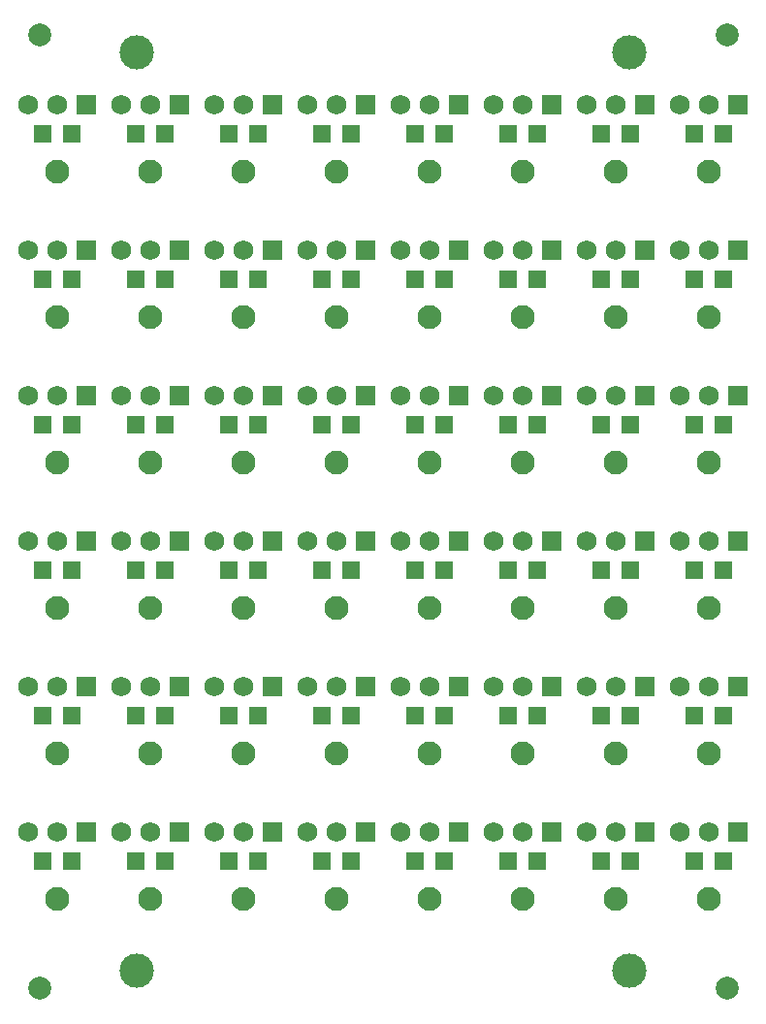
<source format=gbs>
G04 #@! TF.GenerationSoftware,KiCad,Pcbnew,8.0.2-1*
G04 #@! TF.CreationDate,2024-06-10T22:55:01+02:00*
G04 #@! TF.ProjectId,panel-eyes,70616e65-6c2d-4657-9965-732e6b696361,rev?*
G04 #@! TF.SameCoordinates,Original*
G04 #@! TF.FileFunction,Soldermask,Bot*
G04 #@! TF.FilePolarity,Negative*
%FSLAX46Y46*%
G04 Gerber Fmt 4.6, Leading zero omitted, Abs format (unit mm)*
G04 Created by KiCad (PCBNEW 8.0.2-1) date 2024-06-10 22:55:01*
%MOMM*%
%LPD*%
G01*
G04 APERTURE LIST*
%ADD10R,1.500000X1.500000*%
%ADD11C,2.100000*%
%ADD12C,2.000000*%
%ADD13R,1.700000X1.700000*%
%ADD14C,1.750000*%
%ADD15C,3.000000*%
G04 APERTURE END LIST*
D10*
G04 #@! TO.C,TP2*
X35256000Y-11079500D03*
G04 #@! TD*
G04 #@! TO.C,TP1*
X5284000Y-61879500D03*
G04 #@! TD*
G04 #@! TO.C,TP1*
X13412000Y-49179500D03*
G04 #@! TD*
G04 #@! TO.C,TP2*
X19000000Y-61879500D03*
G04 #@! TD*
G04 #@! TO.C,TP1*
X62180000Y-61879500D03*
G04 #@! TD*
G04 #@! TO.C,TP2*
X27128000Y-11079500D03*
G04 #@! TD*
D11*
G04 #@! TO.C,REF\u002A\u002A*
X52782000Y-14381500D03*
G04 #@! TD*
D10*
G04 #@! TO.C,TP2*
X2744000Y-49179500D03*
G04 #@! TD*
G04 #@! TO.C,TP1*
X62180000Y-74579500D03*
G04 #@! TD*
G04 #@! TO.C,TP1*
X54052000Y-61879500D03*
G04 #@! TD*
D11*
G04 #@! TO.C,REF\u002A\u002A*
X4014000Y-77881500D03*
G04 #@! TD*
D10*
G04 #@! TO.C,TP2*
X10872000Y-23779500D03*
G04 #@! TD*
D11*
G04 #@! TO.C,REF\u002A\u002A*
X28398000Y-14381500D03*
G04 #@! TD*
D10*
G04 #@! TO.C,TP2*
X2744000Y-61879500D03*
G04 #@! TD*
G04 #@! TO.C,TP1*
X5284000Y-36479500D03*
G04 #@! TD*
G04 #@! TO.C,TP2*
X10872000Y-11079500D03*
G04 #@! TD*
G04 #@! TO.C,TP2*
X19000000Y-49179500D03*
G04 #@! TD*
D11*
G04 #@! TO.C,REF\u002A\u002A*
X36526000Y-39781500D03*
G04 #@! TD*
D10*
G04 #@! TO.C,TP2*
X10872000Y-36479500D03*
G04 #@! TD*
G04 #@! TO.C,TP2*
X59640000Y-11079500D03*
G04 #@! TD*
G04 #@! TO.C,TP2*
X59640000Y-49179500D03*
G04 #@! TD*
D11*
G04 #@! TO.C,REF\u002A\u002A*
X44654000Y-39781500D03*
G04 #@! TD*
G04 #@! TO.C,REF\u002A\u002A*
X20270000Y-77881500D03*
G04 #@! TD*
D10*
G04 #@! TO.C,TP1*
X21540000Y-36479500D03*
G04 #@! TD*
D11*
G04 #@! TO.C,REF\u002A\u002A*
X60910000Y-27081500D03*
G04 #@! TD*
D10*
G04 #@! TO.C,TP2*
X59640000Y-61879500D03*
G04 #@! TD*
G04 #@! TO.C,TP1*
X21540000Y-11079500D03*
G04 #@! TD*
G04 #@! TO.C,TP1*
X29668000Y-74579500D03*
G04 #@! TD*
D11*
G04 #@! TO.C,REF\u002A\u002A*
X36526000Y-14381500D03*
G04 #@! TD*
D10*
G04 #@! TO.C,TP2*
X27128000Y-23779500D03*
G04 #@! TD*
G04 #@! TO.C,TP1*
X21540000Y-23779500D03*
G04 #@! TD*
G04 #@! TO.C,TP2*
X59640000Y-23779500D03*
G04 #@! TD*
D12*
G04 #@! TO.C,KiKit_TO_2*
X62524000Y-2500000D03*
G04 #@! TD*
D10*
G04 #@! TO.C,TP2*
X43384000Y-23779500D03*
G04 #@! TD*
G04 #@! TO.C,TP1*
X45924000Y-61879500D03*
G04 #@! TD*
G04 #@! TO.C,TP2*
X2744000Y-74579500D03*
G04 #@! TD*
G04 #@! TO.C,TP1*
X21540000Y-61879500D03*
G04 #@! TD*
G04 #@! TO.C,TP2*
X51512000Y-74579500D03*
G04 #@! TD*
G04 #@! TO.C,TP2*
X51512000Y-61879500D03*
G04 #@! TD*
D11*
G04 #@! TO.C,REF\u002A\u002A*
X28398000Y-39781500D03*
G04 #@! TD*
D10*
G04 #@! TO.C,TP1*
X45924000Y-11079500D03*
G04 #@! TD*
G04 #@! TO.C,TP2*
X19000000Y-11079500D03*
G04 #@! TD*
D11*
G04 #@! TO.C,REF\u002A\u002A*
X12142000Y-39781500D03*
G04 #@! TD*
D10*
G04 #@! TO.C,TP2*
X35256000Y-49179500D03*
G04 #@! TD*
D11*
G04 #@! TO.C,REF\u002A\u002A*
X4014000Y-39781500D03*
G04 #@! TD*
D10*
G04 #@! TO.C,TP1*
X37796000Y-74579500D03*
G04 #@! TD*
G04 #@! TO.C,TP1*
X5284000Y-11079500D03*
G04 #@! TD*
G04 #@! TO.C,TP2*
X27128000Y-61879500D03*
G04 #@! TD*
D12*
G04 #@! TO.C,KiKit_TO_3*
X2500000Y-85699500D03*
G04 #@! TD*
D10*
G04 #@! TO.C,TP1*
X5284000Y-23779500D03*
G04 #@! TD*
D12*
G04 #@! TO.C,KiKit_TO_4*
X62524000Y-85699500D03*
G04 #@! TD*
D11*
G04 #@! TO.C,REF\u002A\u002A*
X28398000Y-52481500D03*
G04 #@! TD*
D10*
G04 #@! TO.C,TP1*
X5284000Y-49179500D03*
G04 #@! TD*
G04 #@! TO.C,TP2*
X35256000Y-74579500D03*
G04 #@! TD*
G04 #@! TO.C,TP1*
X13412000Y-61879500D03*
G04 #@! TD*
G04 #@! TO.C,TP2*
X19000000Y-74579500D03*
G04 #@! TD*
D11*
G04 #@! TO.C,REF\u002A\u002A*
X60910000Y-39781500D03*
G04 #@! TD*
G04 #@! TO.C,REF\u002A\u002A*
X4014000Y-65181500D03*
G04 #@! TD*
D10*
G04 #@! TO.C,TP1*
X45924000Y-49179500D03*
G04 #@! TD*
G04 #@! TO.C,TP1*
X29668000Y-49179500D03*
G04 #@! TD*
D11*
G04 #@! TO.C,REF\u002A\u002A*
X20270000Y-27081500D03*
G04 #@! TD*
G04 #@! TO.C,REF\u002A\u002A*
X44654000Y-27081500D03*
G04 #@! TD*
D10*
G04 #@! TO.C,TP1*
X45924000Y-74579500D03*
G04 #@! TD*
G04 #@! TO.C,TP1*
X37796000Y-23779500D03*
G04 #@! TD*
G04 #@! TO.C,TP1*
X37796000Y-61879500D03*
G04 #@! TD*
G04 #@! TO.C,TP1*
X62180000Y-11079500D03*
G04 #@! TD*
G04 #@! TO.C,TP1*
X62180000Y-49179500D03*
G04 #@! TD*
D11*
G04 #@! TO.C,REF\u002A\u002A*
X36526000Y-77881500D03*
G04 #@! TD*
D10*
G04 #@! TO.C,TP2*
X19000000Y-23779500D03*
G04 #@! TD*
D11*
G04 #@! TO.C,REF\u002A\u002A*
X12142000Y-65181500D03*
G04 #@! TD*
G04 #@! TO.C,REF\u002A\u002A*
X52782000Y-77881500D03*
G04 #@! TD*
G04 #@! TO.C,REF\u002A\u002A*
X44654000Y-52481500D03*
G04 #@! TD*
G04 #@! TO.C,REF\u002A\u002A*
X36526000Y-52481500D03*
G04 #@! TD*
D10*
G04 #@! TO.C,TP2*
X51512000Y-11079500D03*
G04 #@! TD*
G04 #@! TO.C,TP1*
X54052000Y-74579500D03*
G04 #@! TD*
G04 #@! TO.C,TP2*
X35256000Y-61879500D03*
G04 #@! TD*
G04 #@! TO.C,TP2*
X10872000Y-74579500D03*
G04 #@! TD*
G04 #@! TO.C,TP1*
X54052000Y-11079500D03*
G04 #@! TD*
G04 #@! TO.C,TP1*
X37796000Y-36479500D03*
G04 #@! TD*
G04 #@! TO.C,TP1*
X54052000Y-23779500D03*
G04 #@! TD*
G04 #@! TO.C,TP2*
X2744000Y-11079500D03*
G04 #@! TD*
G04 #@! TO.C,TP1*
X13412000Y-36479500D03*
G04 #@! TD*
D11*
G04 #@! TO.C,REF\u002A\u002A*
X12142000Y-14381500D03*
G04 #@! TD*
D10*
G04 #@! TO.C,TP2*
X35256000Y-36479500D03*
G04 #@! TD*
D11*
G04 #@! TO.C,REF\u002A\u002A*
X52782000Y-52481500D03*
G04 #@! TD*
D10*
G04 #@! TO.C,TP2*
X27128000Y-74579500D03*
G04 #@! TD*
G04 #@! TO.C,TP2*
X51512000Y-23779500D03*
G04 #@! TD*
D11*
G04 #@! TO.C,REF\u002A\u002A*
X20270000Y-39781500D03*
G04 #@! TD*
G04 #@! TO.C,REF\u002A\u002A*
X36526000Y-65181500D03*
G04 #@! TD*
G04 #@! TO.C,REF\u002A\u002A*
X28398000Y-77881500D03*
G04 #@! TD*
D10*
G04 #@! TO.C,TP1*
X21540000Y-74579500D03*
G04 #@! TD*
D11*
G04 #@! TO.C,REF\u002A\u002A*
X4014000Y-14381500D03*
G04 #@! TD*
G04 #@! TO.C,REF\u002A\u002A*
X44654000Y-77881500D03*
G04 #@! TD*
D10*
G04 #@! TO.C,TP1*
X54052000Y-49179500D03*
G04 #@! TD*
D11*
G04 #@! TO.C,REF\u002A\u002A*
X52782000Y-65181500D03*
G04 #@! TD*
G04 #@! TO.C,REF\u002A\u002A*
X12142000Y-77881500D03*
G04 #@! TD*
D10*
G04 #@! TO.C,TP2*
X43384000Y-11079500D03*
G04 #@! TD*
G04 #@! TO.C,TP2*
X43384000Y-61879500D03*
G04 #@! TD*
G04 #@! TO.C,TP1*
X29668000Y-36479500D03*
G04 #@! TD*
D11*
G04 #@! TO.C,REF\u002A\u002A*
X60910000Y-52481500D03*
G04 #@! TD*
G04 #@! TO.C,REF\u002A\u002A*
X60910000Y-65181500D03*
G04 #@! TD*
D10*
G04 #@! TO.C,TP1*
X37796000Y-11079500D03*
G04 #@! TD*
G04 #@! TO.C,TP2*
X59640000Y-36479500D03*
G04 #@! TD*
D11*
G04 #@! TO.C,REF\u002A\u002A*
X36526000Y-27081500D03*
G04 #@! TD*
D10*
G04 #@! TO.C,TP2*
X19000000Y-36479500D03*
G04 #@! TD*
G04 #@! TO.C,TP2*
X43384000Y-74579500D03*
G04 #@! TD*
G04 #@! TO.C,TP2*
X2744000Y-23779500D03*
G04 #@! TD*
G04 #@! TO.C,TP1*
X13412000Y-23779500D03*
G04 #@! TD*
D11*
G04 #@! TO.C,REF\u002A\u002A*
X20270000Y-52481500D03*
G04 #@! TD*
D10*
G04 #@! TO.C,TP1*
X54052000Y-36479500D03*
G04 #@! TD*
D11*
G04 #@! TO.C,REF\u002A\u002A*
X28398000Y-27081500D03*
G04 #@! TD*
D12*
G04 #@! TO.C,KiKit_TO_1*
X2500000Y-2500000D03*
G04 #@! TD*
D11*
G04 #@! TO.C,REF\u002A\u002A*
X4014000Y-27081500D03*
G04 #@! TD*
D10*
G04 #@! TO.C,TP2*
X10872000Y-61879500D03*
G04 #@! TD*
G04 #@! TO.C,TP2*
X51512000Y-49179500D03*
G04 #@! TD*
G04 #@! TO.C,TP1*
X45924000Y-36479500D03*
G04 #@! TD*
D11*
G04 #@! TO.C,REF\u002A\u002A*
X12142000Y-52481500D03*
G04 #@! TD*
D10*
G04 #@! TO.C,TP1*
X62180000Y-23779500D03*
G04 #@! TD*
D11*
G04 #@! TO.C,REF\u002A\u002A*
X44654000Y-14381500D03*
G04 #@! TD*
G04 #@! TO.C,REF\u002A\u002A*
X52782000Y-39781500D03*
G04 #@! TD*
G04 #@! TO.C,REF\u002A\u002A*
X60910000Y-14381500D03*
G04 #@! TD*
D10*
G04 #@! TO.C,TP1*
X45924000Y-23779500D03*
G04 #@! TD*
D11*
G04 #@! TO.C,REF\u002A\u002A*
X44654000Y-65181500D03*
G04 #@! TD*
D10*
G04 #@! TO.C,TP1*
X21540000Y-49179500D03*
G04 #@! TD*
G04 #@! TO.C,TP1*
X29668000Y-23779500D03*
G04 #@! TD*
G04 #@! TO.C,TP1*
X37796000Y-49179500D03*
G04 #@! TD*
G04 #@! TO.C,TP2*
X27128000Y-36479500D03*
G04 #@! TD*
D11*
G04 #@! TO.C,REF\u002A\u002A*
X52782000Y-27081500D03*
G04 #@! TD*
G04 #@! TO.C,REF\u002A\u002A*
X4014000Y-52481500D03*
G04 #@! TD*
G04 #@! TO.C,REF\u002A\u002A*
X28398000Y-65181500D03*
G04 #@! TD*
D10*
G04 #@! TO.C,TP2*
X43384000Y-36479500D03*
G04 #@! TD*
G04 #@! TO.C,TP1*
X13412000Y-11079500D03*
G04 #@! TD*
D11*
G04 #@! TO.C,REF\u002A\u002A*
X60910000Y-77881500D03*
G04 #@! TD*
D10*
G04 #@! TO.C,TP1*
X62180000Y-36479500D03*
G04 #@! TD*
G04 #@! TO.C,TP1*
X29668000Y-11079500D03*
G04 #@! TD*
G04 #@! TO.C,TP2*
X35256000Y-23779500D03*
G04 #@! TD*
D11*
G04 #@! TO.C,REF\u002A\u002A*
X20270000Y-65181500D03*
G04 #@! TD*
D10*
G04 #@! TO.C,TP2*
X43384000Y-49179500D03*
G04 #@! TD*
D11*
G04 #@! TO.C,REF\u002A\u002A*
X20270000Y-14381500D03*
G04 #@! TD*
D10*
G04 #@! TO.C,TP2*
X27128000Y-49179500D03*
G04 #@! TD*
G04 #@! TO.C,TP2*
X51512000Y-36479500D03*
G04 #@! TD*
G04 #@! TO.C,TP2*
X59640000Y-74579500D03*
G04 #@! TD*
G04 #@! TO.C,TP2*
X10872000Y-49179500D03*
G04 #@! TD*
D11*
G04 #@! TO.C,REF\u002A\u002A*
X12142000Y-27081500D03*
G04 #@! TD*
D10*
G04 #@! TO.C,TP1*
X13412000Y-74579500D03*
G04 #@! TD*
G04 #@! TO.C,TP2*
X2744000Y-36479500D03*
G04 #@! TD*
G04 #@! TO.C,TP1*
X29668000Y-61879500D03*
G04 #@! TD*
G04 #@! TO.C,TP1*
X5284000Y-74579500D03*
G04 #@! TD*
D13*
G04 #@! TO.C,J1*
X47244000Y-72039500D03*
D14*
X44704000Y-72039500D03*
X42164000Y-72039500D03*
G04 #@! TD*
D13*
G04 #@! TO.C,J1*
X6604000Y-33939500D03*
D14*
X4064000Y-33939500D03*
X1524000Y-33939500D03*
G04 #@! TD*
D13*
G04 #@! TO.C,J1*
X39116000Y-21239500D03*
D14*
X36576000Y-21239500D03*
X34036000Y-21239500D03*
G04 #@! TD*
D13*
G04 #@! TO.C,J1*
X14732000Y-46639500D03*
D14*
X12192000Y-46639500D03*
X9652000Y-46639500D03*
G04 #@! TD*
D13*
G04 #@! TO.C,J1*
X63500000Y-59339500D03*
D14*
X60960000Y-59339500D03*
X58420000Y-59339500D03*
G04 #@! TD*
D13*
G04 #@! TO.C,J1*
X14732000Y-72039500D03*
D14*
X12192000Y-72039500D03*
X9652000Y-72039500D03*
G04 #@! TD*
D13*
G04 #@! TO.C,J1*
X47244000Y-8539500D03*
D14*
X44704000Y-8539500D03*
X42164000Y-8539500D03*
G04 #@! TD*
D13*
G04 #@! TO.C,J1*
X22860000Y-21239500D03*
D14*
X20320000Y-21239500D03*
X17780000Y-21239500D03*
G04 #@! TD*
D13*
G04 #@! TO.C,J1*
X14732000Y-8539500D03*
D14*
X12192000Y-8539500D03*
X9652000Y-8539500D03*
G04 #@! TD*
D13*
G04 #@! TO.C,J1*
X22860000Y-59339500D03*
D14*
X20320000Y-59339500D03*
X17780000Y-59339500D03*
G04 #@! TD*
D13*
G04 #@! TO.C,J1*
X39116000Y-59339500D03*
D14*
X36576000Y-59339500D03*
X34036000Y-59339500D03*
G04 #@! TD*
D13*
G04 #@! TO.C,J1*
X55372000Y-46639500D03*
D14*
X52832000Y-46639500D03*
X50292000Y-46639500D03*
G04 #@! TD*
D13*
G04 #@! TO.C,J1*
X39116000Y-46639500D03*
D14*
X36576000Y-46639500D03*
X34036000Y-46639500D03*
G04 #@! TD*
D13*
G04 #@! TO.C,J1*
X55372000Y-59339500D03*
D14*
X52832000Y-59339500D03*
X50292000Y-59339500D03*
G04 #@! TD*
D13*
G04 #@! TO.C,J1*
X14732000Y-21239500D03*
D14*
X12192000Y-21239500D03*
X9652000Y-21239500D03*
G04 #@! TD*
D13*
G04 #@! TO.C,J1*
X6604000Y-8539500D03*
D14*
X4064000Y-8539500D03*
X1524000Y-8539500D03*
G04 #@! TD*
D13*
G04 #@! TO.C,J1*
X47244000Y-21239500D03*
D14*
X44704000Y-21239500D03*
X42164000Y-21239500D03*
G04 #@! TD*
D15*
G04 #@! TO.C,KiKit_FID_B_3*
X11000000Y-84199500D03*
G04 #@! TD*
D13*
G04 #@! TO.C,J1*
X63500000Y-33939500D03*
D14*
X60960000Y-33939500D03*
X58420000Y-33939500D03*
G04 #@! TD*
D13*
G04 #@! TO.C,J1*
X63500000Y-72039500D03*
D14*
X60960000Y-72039500D03*
X58420000Y-72039500D03*
G04 #@! TD*
D13*
G04 #@! TO.C,J1*
X6604000Y-59339500D03*
D14*
X4064000Y-59339500D03*
X1524000Y-59339500D03*
G04 #@! TD*
D13*
G04 #@! TO.C,J1*
X47244000Y-46639500D03*
D14*
X44704000Y-46639500D03*
X42164000Y-46639500D03*
G04 #@! TD*
D13*
G04 #@! TO.C,J1*
X39116000Y-72039500D03*
D14*
X36576000Y-72039500D03*
X34036000Y-72039500D03*
G04 #@! TD*
D13*
G04 #@! TO.C,J1*
X30988000Y-59339500D03*
D14*
X28448000Y-59339500D03*
X25908000Y-59339500D03*
G04 #@! TD*
D13*
G04 #@! TO.C,J1*
X39116000Y-33939500D03*
D14*
X36576000Y-33939500D03*
X34036000Y-33939500D03*
G04 #@! TD*
D13*
G04 #@! TO.C,J1*
X30988000Y-72039500D03*
D14*
X28448000Y-72039500D03*
X25908000Y-72039500D03*
G04 #@! TD*
D13*
G04 #@! TO.C,J1*
X63500000Y-46639500D03*
D14*
X60960000Y-46639500D03*
X58420000Y-46639500D03*
G04 #@! TD*
D13*
G04 #@! TO.C,J1*
X14732000Y-33939500D03*
D14*
X12192000Y-33939500D03*
X9652000Y-33939500D03*
G04 #@! TD*
D13*
G04 #@! TO.C,J1*
X30988000Y-33939500D03*
D14*
X28448000Y-33939500D03*
X25908000Y-33939500D03*
G04 #@! TD*
D13*
G04 #@! TO.C,J1*
X6604000Y-72039500D03*
D14*
X4064000Y-72039500D03*
X1524000Y-72039500D03*
G04 #@! TD*
D13*
G04 #@! TO.C,J1*
X47244000Y-33939500D03*
D14*
X44704000Y-33939500D03*
X42164000Y-33939500D03*
G04 #@! TD*
D13*
G04 #@! TO.C,J1*
X63500000Y-8539500D03*
D14*
X60960000Y-8539500D03*
X58420000Y-8539500D03*
G04 #@! TD*
D13*
G04 #@! TO.C,J1*
X6604000Y-21239500D03*
D14*
X4064000Y-21239500D03*
X1524000Y-21239500D03*
G04 #@! TD*
D13*
G04 #@! TO.C,J1*
X30988000Y-8539500D03*
D14*
X28448000Y-8539500D03*
X25908000Y-8539500D03*
G04 #@! TD*
D13*
G04 #@! TO.C,J1*
X22860000Y-33939500D03*
D14*
X20320000Y-33939500D03*
X17780000Y-33939500D03*
G04 #@! TD*
D13*
G04 #@! TO.C,J1*
X22860000Y-46639500D03*
D14*
X20320000Y-46639500D03*
X17780000Y-46639500D03*
G04 #@! TD*
D13*
G04 #@! TO.C,J1*
X47244000Y-59339500D03*
D14*
X44704000Y-59339500D03*
X42164000Y-59339500D03*
G04 #@! TD*
D13*
G04 #@! TO.C,J1*
X39116000Y-8539500D03*
D14*
X36576000Y-8539500D03*
X34036000Y-8539500D03*
G04 #@! TD*
D13*
G04 #@! TO.C,J1*
X63500000Y-21239500D03*
D14*
X60960000Y-21239500D03*
X58420000Y-21239500D03*
G04 #@! TD*
D13*
G04 #@! TO.C,J1*
X6604000Y-46639500D03*
D14*
X4064000Y-46639500D03*
X1524000Y-46639500D03*
G04 #@! TD*
D13*
G04 #@! TO.C,J1*
X55372000Y-21239500D03*
D14*
X52832000Y-21239500D03*
X50292000Y-21239500D03*
G04 #@! TD*
D13*
G04 #@! TO.C,J1*
X30988000Y-46639500D03*
D14*
X28448000Y-46639500D03*
X25908000Y-46639500D03*
G04 #@! TD*
D13*
G04 #@! TO.C,J1*
X22860000Y-72039500D03*
D14*
X20320000Y-72039500D03*
X17780000Y-72039500D03*
G04 #@! TD*
D13*
G04 #@! TO.C,J1*
X14732000Y-59339500D03*
D14*
X12192000Y-59339500D03*
X9652000Y-59339500D03*
G04 #@! TD*
D15*
G04 #@! TO.C,KiKit_FID_B_1*
X11000000Y-4000000D03*
G04 #@! TD*
D13*
G04 #@! TO.C,J1*
X55372000Y-33939500D03*
D14*
X52832000Y-33939500D03*
X50292000Y-33939500D03*
G04 #@! TD*
D13*
G04 #@! TO.C,J1*
X30988000Y-21239500D03*
D14*
X28448000Y-21239500D03*
X25908000Y-21239500D03*
G04 #@! TD*
D15*
G04 #@! TO.C,KiKit_FID_B_4*
X54024000Y-84199500D03*
G04 #@! TD*
D13*
G04 #@! TO.C,J1*
X22860000Y-8539500D03*
D14*
X20320000Y-8539500D03*
X17780000Y-8539500D03*
G04 #@! TD*
D15*
G04 #@! TO.C,KiKit_FID_B_2*
X54024000Y-4000000D03*
G04 #@! TD*
D13*
G04 #@! TO.C,J1*
X55372000Y-8539500D03*
D14*
X52832000Y-8539500D03*
X50292000Y-8539500D03*
G04 #@! TD*
D13*
G04 #@! TO.C,J1*
X55372000Y-72039500D03*
D14*
X52832000Y-72039500D03*
X50292000Y-72039500D03*
G04 #@! TD*
M02*

</source>
